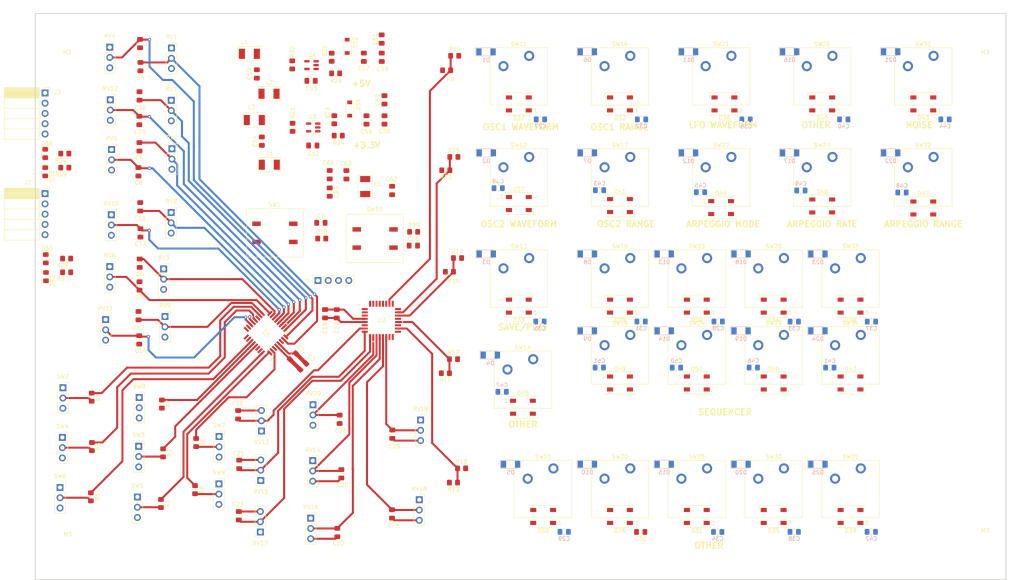
<source format=kicad_pcb>
(kicad_pcb (version 20211014) (generator pcbnew)
  (layers (0 "F.Cu" signal) (31 "B.Cu" signal) (34 "B.Paste" user) (35 "F.Paste" user) (36 "B.SilkS" user "B.Silkscreen") (37 "F.SilkS" user "F.Silkscreen") (38 "B.Mask" user) (39 "F.Mask" user) (44 "Edge.Cuts" user))
  (net 0 "")
  (net 1 "NRSTp")
  (net 2 "GND")
  (net 3 "+3V3")
  (net 4 "ADC_in0p")
  (net 5 "ADC_in4p")
  (net 6 "ADC_in8p")
  (net 7 "ADC_in1p")
  (net 8 "ADC_in5p")
  (net 9 "ADC_in9p")
  (net 10 "ADC_in2p")
  (net 11 "ADC_in6p")
  (net 12 "ADC_in10p")
  (net 13 "ADC_in7p")
  (net 14 "ADC_in15p")
  (net 15 "ADC_in3p")
  (net 16 "NRSTs")
  (net 17 "ADC_in0s")
  (net 18 "ADC_in4s")
  (net 19 "ADC_in1s")
  (net 20 "ADC_in5s")
  (net 21 "ADC_in2s")
  (net 22 "ADC_in6s")
  (net 23 "ADC_in7s")
  (net 24 "ADC_in3s")
  (net 25 "+5V")
  (net 26 "LOAD")
  (net 27 "Net-(C54-Pad1)")
  (net 28 "Net-(C54-Pad2)")
  (net 29 "Net-(C55-Pad1)")
  (net 30 "Net-(C55-Pad2)")
  (net 31 "Net-(C56-Pad2)")
  (net 32 "Net-(C57-Pad2)")
  (net 33 "3.3VA")
  (net 34 "1st_Column")
  (net 35 "Net-(D1-Pad2)")
  (net 36 "Net-(D2-Pad2)")
  (net 37 "Net-(D3-Pad2)")
  (net 38 "Net-(D4-Pad2)")
  (net 39 "Net-(D5-Pad2)")
  (net 40 "2nd_Column")
  (net 41 "Net-(D6-Pad2)")
  (net 42 "Net-(D7-Pad2)")
  (net 43 "Net-(D8-Pad2)")
  (net 44 "Net-(D9-Pad2)")
  (net 45 "Net-(D10-Pad2)")
  (net 46 "3rd_Column")
  (net 47 "Net-(D11-Pad2)")
  (net 48 "Net-(D12-Pad2)")
  (net 49 "Net-(D13-Pad2)")
  (net 50 "Net-(D14-Pad2)")
  (net 51 "Net-(D15-Pad2)")
  (net 52 "4th_Column")
  (net 53 "Net-(D16-Pad2)")
  (net 54 "Net-(D17-Pad2)")
  (net 55 "Net-(D18-Pad2)")
  (net 56 "Net-(D19-Pad2)")
  (net 57 "Net-(D20-Pad2)")
  (net 58 "5th_Column")
  (net 59 "Net-(D21-Pad2)")
  (net 60 "Net-(D22-Pad2)")
  (net 61 "Net-(D23-Pad2)")
  (net 62 "Net-(D24-Pad2)")
  (net 63 "Net-(D25-Pad2)")
  (net 64 "Net-(D26-Pad4)")
  (net 65 "Net-(D26-Pad2)")
  (net 66 "LEDS")
  (net 67 "Net-(D27-Pad2)")
  (net 68 "Net-(D28-Pad4)")
  (net 69 "Net-(D28-Pad2)")
  (net 70 "Net-(D29-Pad2)")
  (net 72 "Net-(D31-Pad4)")
  (net 73 "Net-(D32-Pad2)")
  (net 74 "Net-(D33-Pad4)")
  (net 75 "Net-(D34-Pad2)")
  (net 76 "Net-(D35-Pad4)")
  (net 77 "Net-(D36-Pad2)")
  (net 78 "Net-(D37-Pad4)")
  (net 79 "Net-(D38-Pad2)")
  (net 80 "Net-(D39-Pad4)")
  (net 81 "Net-(D40-Pad2)")
  (net 82 "Net-(D41-Pad4)")
  (net 83 "Net-(D42-Pad2)")
  (net 84 "Net-(D43-Pad2)")
  (net 85 "Net-(D44-Pad4)")
  (net 86 "Net-(D45-Pad4)")
  (net 87 "Net-(D46-Pad2)")
  (net 88 "Net-(D47-Pad2)")
  (net 89 "Net-(D49-Pad4)")
  (net 90 "Net-(D53-Pad1)")
  (net 91 "Net-(D54-Pad2)")
  (net 92 "Net-(D55-Pad1)")
  (net 93 "Net-(D56-Pad2)")
  (net 94 "I2C1_SCL")
  (net 95 "I2C1_SDA")
  (net 96 "SWCLKp")
  (net 97 "SWDIOp")
  (net 98 "SWCLKs")
  (net 99 "SWDIOs")
  (net 100 "SW1p")
  (net 101 "Net-(R1-Pad2)")
  (net 102 "SW5p")
  (net 103 "Net-(R2-Pad2)")
  (net 104 "SW2p")
  (net 105 "Net-(R3-Pad2)")
  (net 106 "SW6p")
  (net 107 "Net-(R4-Pad2)")
  (net 108 "SW3p")
  (net 109 "Net-(R5-Pad2)")
  (net 110 "SW7p")
  (net 111 "Net-(R6-Pad2)")
  (net 112 "SW4p")
  (net 113 "Net-(R7-Pad2)")
  (net 114 "SW8p")
  (net 115 "Net-(R8-Pad2)")
  (net 116 "1st_Row")
  (net 117 "3rd_Row")
  (net 118 "4th_Row")
  (net 119 "5th_Row")
  (net 120 "2nd_Row")
  (net 121 "Net-(R14-Pad2)")
  (net 122 "Net-(R15-Pad2)")
  (net 123 "Net-(R16-Pad2)")
  (net 124 "Net-(R17-Pad2)")
  (net 125 "Net-(R18-Pad2)")
  (net 126 "Net-(R21-Pad2)")
  (net 127 "Net-(R22-Pad2)")
  (net 128 "USART1_TXp")
  (net 129 "USART1_TXs")
  (net 131 "ADC_in16p")
  (net 133 "USART1_RXp")
  (net 136 "ADC_in8s")
  (net 137 "ADC_in9s")
  (net 138 "ADC_in10s")
  (net 139 "USART1_RXs")
  (footprint "cherry_mx:SW_Cherry_MX_PCB_1.00u" (layer "F.Cu") (at 160.57 115.57)
    (fp_text reference "SW14")
    (fp_text value "Cherry_MX_1u")
  )
  (footprint "LED_SMD:LED_WS2812B_PLCC4_5.0x5.0mm_P3.2mm" (layer "F.Cu") (at 184.57 47.37 180)
    (fp_text reference "D32")
    (fp_text value "WS2812B")
  )
  (footprint "cherry_mx:SW_Cherry_MX_PCB_1.00u" (layer "F.Cu") (at 184.57 90.57)
    (fp_text reference "SW18")
    (fp_text value "Cherry_MX_1u")
  )
  (footprint "Resistor_SMD:R_0805_2012Metric_Pad1.20x1.40mm_HandSolder" (layer "F.Cu") (at 144.4 85.475)
    (fp_text reference "R16")
    (fp_text value "100")
  )
  (footprint "Capacitor_SMD:C_0805_2012Metric_Pad1.18x1.45mm_HandSolder" (layer "F.Cu") (at 189.7 153.2 180)
    (fp_text reference "C30")
    (fp_text value "0.1uF")
  )
  (footprint "LED_SMD:LED_WS2812B_PLCC4_5.0x5.0mm_P3.2mm" (layer "F.Cu") (at 160.57 122.37)
    (fp_text reference "D45")
    (fp_text value "WS2812B")
  )
  (footprint "cherry_mx:SW_Cherry_MX_PCB_1.00u" (layer "F.Cu") (at 165.57 142.57)
    (fp_text reference "SW15")
    (fp_text value "Cherry_MX_1u")
  )
  (footprint "Capacitor_SMD:C_0805_2012Metric_Pad1.18x1.45mm_HandSolder" (layer "F.Cu") (at 65.725 51.475 -90)
    (fp_text reference "C15")
    (fp_text value "100nF")
  )
  (footprint "cherry_mx:SW_Cherry_MX_PCB_1.00u" (layer "F.Cu") (at 234.57 65.57)
    (fp_text reference "SW27")
    (fp_text value "Cherry_MX_1u")
  )
  (footprint "Connector_PinSocket_2.54mm:PinSocket_1x03_P2.54mm_Vertical" (layer "F.Cu") (at 46.7 129.82)
    (fp_text reference "SW4")
    (fp_text value "SW_DPDT")
  )
  (footprint "Connector_PinSocket_2.54mm:PinSocket_1x03_P2.54mm_Vertical" (layer "F.Cu") (at 95.925 128.255 180)
    (fp_text reference "RV13")
    (fp_text value "R_Potentiometer")
  )
  (footprint "LED_SMD:LED_WS2812B_PLCC4_5.0x5.0mm_P3.2mm" (layer "F.Cu") (at 234.57 72.6)
    (fp_text reference "D48")
    (fp_text value "WS2812B")
  )
  (footprint "Resistor_SMD:R_0805_2012Metric_Pad1.20x1.40mm_HandSolder" (layer "F.Cu") (at 47.3 63.125 180)
    (fp_text reference "R29")
    (fp_text value "1k")
  )
  (footprint "Resistor_SMD:R_0805_2012Metric_Pad1.20x1.40mm_HandSolder" (layer "F.Cu") (at 143.7 35.475)
    (fp_text reference "R14")
    (fp_text value "100")
  )
  (footprint "Capacitor_SMD:C_0805_2012Metric_Pad1.18x1.45mm_HandSolder" (layer "F.Cu") (at 90.325 149.2 90)
    (fp_text reference "C23")
    (fp_text value "100nF")
  )
  (footprint "LED_SMD:LED_WS2812B_PLCC4_5.0x5.0mm_P3.2mm" (layer "F.Cu") (at 259.57 47.37 180)
    (fp_text reference "D43")
    (fp_text value "WS2812B")
  )
  (footprint "cherry_mx:SW_Cherry_MX_PCB_1.00u" (layer "F.Cu") (at 184.57 65.57)
    (fp_text reference "SW17")
    (fp_text value "Cherry_MX_1u")
  )
  (footprint "Capacitor_SMD:C_0805_2012Metric_Pad1.18x1.45mm_HandSolder" (layer "F.Cu") (at 65.9 32.45 -90)
    (fp_text reference "C7")
    (fp_text value "100nF")
  )
  (footprint "Capacitor_SMD:C_0805_2012Metric_Pad1.18x1.45mm_HandSolder" (layer "F.Cu") (at 128.2 148.74 -90)
    (fp_text reference "C24")
    (fp_text value "100nF")
  )
  (footprint "Connector_PinSocket_2.54mm:PinSocket_1x03_P2.54mm_Vertical" (layer "F.Cu") (at 95.65 153.225 180)
    (fp_text reference "RV17")
    (fp_text value "R_Potentiometer")
  )
  (footprint "Connector_PinSocket_2.54mm:PinSocket_1x03_P2.54mm_Vertical" (layer "F.Cu") (at 58.8 74.775)
    (fp_text reference "RV10")
    (fp_text value "R_Potentiometer")
  )
  (footprint "Resistor_SMD:R_0805_2012Metric_Pad1.20x1.40mm_HandSolder" (layer "F.Cu") (at 103.525 37.724999 90)
    (fp_text reference "R22")
    (fp_text value "100K")
  )
  (footprint "cherry_mx:SW_Cherry_MX_PCB_1.00u" (layer "F.Cu") (at 203.57 142.57)
    (fp_text reference "SW25")
    (fp_text value "Cherry_MX_1u")
  )
  (footprint "Capacitor_SMD:C_0805_2012Metric_Pad1.18x1.45mm_HandSolder" (layer "F.Cu") (at 128.275 129.035 -90)
    (fp_text reference "C25")
    (fp_text value "100nF")
  )
  (footprint "Capacitor_SMD:C_0805_2012Metric_Pad1.18x1.45mm_HandSolder" (layer "F.Cu") (at 90.15 124.225 90)
    (fp_text reference "C19")
    (fp_text value "100nF")
  )
  (footprint "LED_SMD:LED_WS2812B_PLCC4_5.0x5.0mm_P3.2mm" (layer "F.Cu") (at 241.57 116.37)
    (fp_text reference "D42")
    (fp_text value "WS2812B")
  )
  (footprint "Capacitor_SMD:C_0805_2012Metric_Pad1.18x1.45mm_HandSolder" (layer "F.Cu") (at 121.239341 35.833853 -90)
    (fp_text reference "C57")
    (fp_text value "1nF")
  )
  (footprint "cherry_mx:SW_Cherry_MX_PCB_1.00u" (layer "F.Cu") (at 241.57 90.57)
    (fp_text reference "SW33")
    (fp_text value "Cherry_MX_1u")
  )
  (footprint "Capacitor_SMD:C_0805_2012Metric_Pad1.18x1.45mm_HandSolder" (layer "F.Cu") (at 110.625 76.775)
    (fp_text reference "C1")
    (fp_text value "100nF")
  )
  (footprint "cherry_mx:SW_Cherry_MX_PCB_1.00u" (layer "F.Cu") (at 159.57 90.57)
    (fp_text reference "SW13")
    (fp_text value "Cherry_MX_1u")
  )
  (footprint "Resistor_SMD:R_0805_2012Metric_Pad1.20x1.40mm_HandSolder" (layer "F.Cu") (at 133.55 79)
    (fp_text reference "R20")
    (fp_text value "100k")
  )
  (footprint "Capacitor_SMD:C_0805_2012Metric_Pad1.18x1.45mm_HandSolder" (layer "F.Cu") (at 94.789341 39.958853 90)
    (fp_text reference "C55")
    (fp_text value "2.2uF")
  )
  (footprint "tactile_button:ROCPU Switches TP10721645" (layer "F.Cu") (at 124.025 80.65)
    (fp_text reference "SW10")
    (fp_text value "SW_Push")
  )
  (footprint "Resistor_SMD:R_0805_2012Metric_Pad1.20x1.40mm_HandSolder" (layer "F.Cu") (at 141.4 113.95 180)
    (fp_text reference "R11")
    (fp_text value "10K")
  )
  (footprint "Capacitor_SMD:C_0805_2012Metric_Pad1.18x1.45mm_HandSolder" (layer "F.Cu") (at 112.8 64.875002 90)
    (fp_text reference "C64")
    (fp_text value "10nF")
  )
  (footprint "inductors:inductor_koherelec" (layer "F.Cu") (at 121.575 67.8 180)
    (fp_text reference "L5")
    (fp_text value "6.8uH")
  )
  (footprint "Connector_PinSocket_2.54mm:PinSocket_1x05_P2.54mm_Horizontal" (layer "F.Cu") (at 42.425 44.65)
    (fp_text reference "J3")
    (fp_text value "Conn_01x05_Male")
  )
  (footprint "Capacitor_SMD:C_0805_2012Metric_Pad1.18x1.45mm_HandSolder" (layer "F.Cu") (at 108.189341 41.658853)
    (fp_text reference "C53")
    (fp_text value "22uF")
  )
  (footprint "cherry_mx:SW_Cherry_MX_PCB_1.00u" (layer "F.Cu") (at 203.57 109.57)
    (fp_text reference "SW24")
    (fp_text value "Cherry_MX_1u")
  )
  (footprint "Capacitor_SMD:C_0805_2012Metric_Pad1.18x1.45mm_HandSolder" (layer "F.Cu") (at 112.8 69.175 -90)
    (fp_text reference "C65")
    (fp_text value "100nF")
  )
  (footprint "Capacitor_SMD:C_0805_2012Metric_Pad1.18x1.45mm_HandSolder" (layer "F.Cu") (at 128.225002 68.775001 90)
    (fp_text reference "C62")
    (fp_text value "10uF")
  )
  (footprint "Resistor_SMD:R_0805_2012Metric_Pad1.20x1.40mm_HandSolder" (layer "F.Cu") (at 47.3 59.65 180)
    (fp_text reference "R30")
    (fp_text value "1k")
  )
  (footprint "MountingHole:MountingHole_3.2mm_M3" (layer "F.Cu") (at 275 30)
    (fp_text reference "M3")
    (fp_text value "MountingHole_3.2mm_M3")
  )
  (footprint "Connector_PinSocket_2.54mm:PinSocket_1x03_P2.54mm_Vertical" (layer "F.Cu") (at 73.6 74.225)
    (fp_text reference "RV8")
    (fp_text value "R_Potentiometer")
  )
  (footprint "Resistor_SMD:R_0805_2012Metric_Pad1.20x1.40mm_HandSolder" (layer "F.Cu") (at 141.7 39.05 180)
    (fp_text reference "R9")
    (fp_text value "10K")
  )
  (footprint "cherry_mx:SW_Cherry_MX_PCB_1.00u" (layer "F.Cu") (at 184.57 40.57)
    (fp_text reference "SW16")
    (fp_text value "Cherry_MX_1u")
  )
  (footprint "Connector_PinSocket_2.54mm:PinSocket_1x03_P2.54mm_Vertical" (layer "F.Cu") (at 108.1 149.8)
    (fp_text reference "RV16")
    (fp_text value "R_Potentiometer")
  )
  (footprint "LED_SMD:LED_WS2812B_PLCC4_5.0x5.0mm_P3.2mm" (layer "F.Cu") (at 241.57 97.37 180)
    (fp_text reference "D38")
    (fp_text value "WS2812B")
  )
  (footprint "LED_SMD:LED_WS2812B_PLCC4_5.0x5.0mm_P3.2mm" (layer "F.Cu") (at 203.57 149.37 180)
    (fp_text reference "D31")
    (fp_text value "WS2812B")
  )
  (footprint "footprints:LQFP-32" (layer "F.Cu") (at 125.575 100.9)
    (fp_text reference "U2")
    (fp_text value "STM32G030K6T6")
  )
  (footprint "Connector_PinSocket_2.54mm:PinSocket_1x03_P2.54mm_Vertical" (layer "F.Cu") (at 73.775 58.45)
    (fp_text reference "RV2")
    (fp_text value "R_Potentiometer")
  )
  (footprint "Resistor_SMD:R_0805_2012Metric_Pad1.20x1.40mm_HandSolder" (layer "F.Cu") (at 141.5 63.775 180)
    (fp_text reference "R13")
    (fp_text value "10K")
  )
  (footprint "Resistor_SMD:R_0805_2012Metric_Pad1.20x1.40mm_HandSolder" (layer "F.Cu") (at 113.289341 35.833853 -90)
    (fp_text reference "R25")
    (fp_text value "100k")
  )
  (footprint "Capacitor_SMD:C_0805_2012Metric_Pad1.18x1.45mm_HandSolder" (layer "F.Cu") (at 65.95 72.8 90)
    (fp_text reference "C11")
    (fp_text value "100nF")
  )
  (footprint "LED_SMD:LED_WS2812B_PLCC4_5.0x5.0mm_P3.2mm" (layer "F.Cu") (at 209.57 73)
    (fp_text reference "D44")
    (fp_text value "WS2812B")
  )
  (footprint "Capacitor_SMD:C_0805_2012Metric_Pad1.18x1.45mm_HandSolder" (layer "F.Cu") (at 103.723827 109.816071 45)
    (fp_text reference "C2")
    (fp_text value "100nF")
  )
  (footprint "Connector_PinSocket_2.54mm:PinSocket_1x03_P2.54mm_Vertical" (layer "F.Cu") (at 65.575001 132.025)
    (fp_text reference "SW3")
    (fp_text value "SW_DPDT")
  )
  (footprint "Connector_PinSocket_2.54mm:PinSocket_1x03_P2.54mm_Vertical" (layer "F.Cu") (at 46.125 142.195)
    (fp_text reference "SW6")
    (fp_text value "SW_DPDT")
  )
  (footprint "LED_SMD:LED_0805_2012Metric_Pad1.15x1.40mm_HandSolder" (layer "F.Cu") (at 42.65 90.075 -90)
    (fp_text reference "D53")
    (fp_text value "GREEN LED")
  )
  (footprint "cherry_mx:SW_Cherry_MX_PCB_1.00u" (layer "F.Cu") (at 203.57 90.57)
    (fp_text reference "SW23")
    (fp_text value "Cherry_MX_1u")
  )
  (footprint "Diode_SMD:D_SOD-123" (layer "F.Cu") (at 117.114341 33.133853 90)
    (fp_text reference "D52")
    (fp_text value "FUXINSEMI DSK34 (SOD-123)")
  )
  (footprint "MountingHole:MountingHole_3.2mm_M3" (layer "F.Cu") (at 275 158)
    (fp_text reference "M3")
    (fp_text value "MountingHole_3.2mm_M3")
  )
  (footprint "Resistor_SMD:R_0805_2012Metric_Pad1.20x1.40mm_HandSolder" (layer "F.Cu") (at 114.914341 55.208853)
    (fp_text reference "R24")
    (fp_text value "5.6k")
  )
  (footprint "Connector_PinSocket_2.54mm:PinSocket_1x04_P2.54mm_Vertical" (layer "F.Cu") (at 109.9 91.025 90)
    (fp_text reference "J1")
    (fp_text value "Conn_01x04_Male")
  )
  (footprint "tactile_button:ROCPU Switches TP10721645" (layer "F.Cu") (at 99.25 79.25)
    (fp_text reference "SW1")
    (fp_text value "SW_Push")
  )
  (footprint "Resistor_SMD:R_0805_2012Metric_Pad1.20x1.40mm_HandSolder" (layer "F.Cu") (at 79.5 142.75 -90)
    (fp_text reference "R8")
    (fp_text value "100")
  )
  (footprint "cherry_mx:SW_Cherry_MX_PCB_1.00u" (layer "F.Cu") (at 259.57 65.57)
    (fp_text reference "SW32")
    (fp_text value "Cherry_MX_1u")
  )
  (footprint "Resistor_SMD:R_0805_2012Metric_Pad1.20x1.40mm_HandSolder" (layer "F.Cu") (at 53.95 119.875001 -90)
    (fp_text reference "R1")
    (fp_text value "100")
  )
  (footprint "cherry_mx:SW_Cherry_MX_PCB_1.00u" (layer "F.Cu") (at 184.57 142.57)
    (fp_text reference "SW20")
    (fp_text value "Cherry_MX_1u")
  )
  (footprint "Resistor_SMD:R_0805_2012Metric_Pad1.20x1.40mm_HandSolder" (layer "F.Cu") (at 143.4 110.475)
    (fp_text reference "R17")
    (fp_text value "100")
  )
  (footprint "Capacitor_SMD:C_0805_2012Metric_Pad1.18x1.45mm_HandSolder" (layer "F.Cu") (at 133.475 82.4)
    (fp_text reference "C16")
    (fp_text value "100nF")
  )
  (footprint "Capacitor_SMD:C_0805_2012Metric_Pad1.18x1.45mm_HandSolder" (layer "F.Cu") (at 96.014341 56.583853 90)
    (fp_text reference "C54")
    (fp_text value "2.2uF")
  )
  (footprint "Resistor_SMD:R_0805_2012Metric_Pad1.20x1.40mm_HandSolder" (layer "F.Cu") (at 53.75 144.52 -90)
    (fp_text reference "R5")
    (fp_text value "100")
  )
  (footprint "cherry_mx:SW_Cherry_MX_PCB_1.00u" (layer "F.Cu") (at 222.57 109.57)
    (fp_text reference "SW29")
    (fp_text value "Cherry_MX_1u")
  )
  (footprint "Capacitor_SMD:C_0805_2012Metric_Pad1.18x1.45mm_HandSolder" (layer "F.Cu") (at 126.339341 46.358853 90)
    (fp_text reference "C60")
    (fp_text value "?uF")
  )
  (footprint "footprints:LQFP-32" (layer "F.Cu") (at 97.075 104.05 135)
    (fp_text reference "U1")
    (fp_text value "STM32G030K6T6")
  )
  (footprint "LED_SMD:LED_WS2812B_PLCC4_5.0x5.0mm_P3.2mm" (layer "F.Cu") (at 210.4 47.37 180)
    (fp_text reference "D36")
    (fp_text value "WS2812B")
  )
  (footprint "LED_SMD:LED_WS2812B_PLCC4_5.0x5.0mm_P3.2mm" (layer "F.Cu") (at 159.57 72)
    (fp_text reference "D37")
    (fp_text value "WS2812B")
  )
  (footprint "Connector_PinSocket_2.54mm:PinSocket_1x03_P2.54mm_Vertical" (layer "F.Cu") (at 135.275 125.535)
    (fp_text reference "RV19")
    (fp_text value "R_Potentiometer")
  )
  (footprint "Connector_PinSocket_2.54mm:PinSocket_1x03_P2.54mm_Vertical" (layer "F.Cu") (at 134.95 145.235)
    (fp_text reference "RV18")
    (fp_text value "R_Potentiometer")
  )
  (footprint "Capacitor_SMD:C_0805_2012Metric_Pad1.18x1.45mm_HandSolder" (layer "F.Cu") (at 65.825 86.755 -90)
    (fp_text reference "C6")
    (fp_text value "100nF")
  )
  (footprint "Capacitor_SMD:C_0805_2012Metric_Pad1.18x1.45mm_HandSolder" (layer "F.Cu") (at 66 38.15 -90)
    (fp_text reference "C4")
    (fp_text value "100nF")
  )
  (footprint "Connector_PinSocket_2.54mm:PinSocket_1x03_P2.54mm_Vertical" (layer "F.Cu") (at 58.425 87.6)
    (fp_text reference "RV6")
    (fp_text value "R_Potentiometer")
  )
  (footprint "Capacitor_SMD:C_0805_2012Metric_Pad1.18x1.45mm_HandSolder" (layer "F.Cu") (at 65.75 57.975 -90)
    (fp_text reference "C5")
    (fp_text value "100nF")
  )
  (footprint "Resistor_SMD:R_0805_2012Metric_Pad1.20x1.40mm_HandSolder" (layer "F.Cu") (at 142.4 88.875 180)
    (fp_text reference "R10")
    (fp_text value "10K")
  )
  (footprint "Connector_PinSocket_2.54mm:PinSocket_1x03_P2.54mm_Vertical" (layer "F.Cu") (at 108.65 121.75)
    (fp_text reference "RV20")
    (fp_text value "R_Potentiometer")
  )
  (footprint "Resistor_SMD:R_0805_2012Metric_Pad1.20x1.40mm_HandSolder" (layer "F.Cu") (at 71.3 121.580001 -90)
    (fp_text reference "R7")
    (fp_text value "100")
  )
  (footprint "LED_SMD:LED_0805_2012Metric_Pad1.15x1.40mm_HandSolder" (layer "F.Cu") (at 42.45 64.15 -90)
    (fp_text reference "D55")
    (fp_text value "GREEN LED")
  )
  (footprint "Resistor_SMD:R_0805_2012Metric_Pad1.20x1.40mm_HandSolder" (layer "F.Cu") (at 114.264341 39.808853)
    (fp_text reference "R26")
    (fp_text value "33k")
  )
  (footprint "Connector_PinSocket_2.54mm:PinSocket_1x03_P2.54mm_Vertical" (layer "F.Cu") (at 65.25 144.55)
    (fp_text reference "SW5")
    (fp_text value "SW_DPDT")
  )
  (footprint "LED_SMD:LED_0805_2012Metric_Pad1.15x1.40mm_HandSolder" (layer "F.Cu") (at 42.45 59.625 -90)
    (fp_text reference "D56")
    (fp_text value "RED LED")
  )
  (footprint "cherry_mx:SW_Cherry_MX_PCB_1.00u" (layer "F.Cu") (at 209.57 65.57)
    (fp_text reference "SW22")
    (fp_text value "Cherry_MX_1u")
  )
  (footprint "cherry_mx:SW_Cherry_MX_PCB_1.00u" (layer "F.Cu") (at 241.57 142.57)
    (fp_text reference "SW35")
    (fp_text value "Cherry_MX_1u")
  )
  (footprint "Connector_PinSocket_2.54mm:PinSocket_1x03_P2.54mm_Vertical" (layer "F.Cu") (at 71.75 88.155)
    (fp_text reference "RV3")
    (fp_text value "R_Potentiometer")
  )
  (footprint "Capacitor_SMD:C_0805_2012Metric_Pad1.18x1.45mm_HandSolder" (layer "F.Cu") (at 65.775 92.375 90)
    (fp_text reference "C9")
    (fp_text value "100nF")
  )
  (footprint "Connector_PinSocket_2.54mm:PinSocket_1x03_P2.54mm_Vertical" (layer "F.Cu") (at 65.7 119.955)
    (fp_text reference "SW8")
    (fp_text value "SW_DPDT")
  )
  (footprint "LED_SMD:LED_WS2812B_PLCC4_5.0x5.0mm_P3.2mm" (layer "F.Cu") (at 184.57 116.37)
    (fp_text reference "D49")
    (fp_text value "WS2812B")
  )
  (footprint "MountingHole:MountingHole_3.2mm_M3" (layer "F.Cu") (at 48 158)
    (fp_text reference "M3")
    (fp_text value "MountingHole_3.2mm_M3")
  )
  (footprint "Capacitor_SMD:C_0805_2012Metric_Pad1.18x1.45mm_HandSolder" (layer "F.Cu") (at 65.525 99.725 90)
    (fp_text reference "C12")
    (fp_text value "100nF")
  )
  (footprint "LED_SMD:LED_WS2812B_PLCC4_5.0x5.0mm_P3.2mm" (layer "F.Cu") (at 234.57 47.37 180)
    (fp_text reference "D40")
    (fp_text value "WS2812B")
  )
  (footprint "Capacitor_SMD:C_0805_2012Metric_Pad1.18x1.45mm_HandSolder" (layer "F.Cu") (at 66 79.255 -90)
    (fp_text reference "C13")
    (fp_text value "100nF")
  )
  (footprint "Connector_PinSocket_2.54mm:PinSocket_1x03_P2.54mm_Vertical" (layer "F.Cu") (at 58.55 46.35)
    (fp_text reference "RV12")
    (fp_text value "R_Potentiometer")
  )
  (footprint "Resistor_SMD:R_0805_2012Metric_Pad1.20x1.40mm_HandSolder" (layer "F.Cu") (at 145.4 137.475)
    (fp_text reference "R18")
    (fp_text value "100")
  )
  (footprint "Capacitor_SMD:C_0805_2012Metric_Pad1.18x1.45mm_HandSolder" (layer "F.Cu") (at 125.639341 31.333853 90)
    (fp_text reference "C61")
    (fp_text value "?uF")
  )
  (footprint "LED_SMD:LED_WS2812B_PLCC4_5.0x5.0mm_P3.2mm" (layer "F.Cu") (at 203.57 116.37)
    (fp_text reference "D50")
    (fp_text value "WS2812B")
  )
  (footprint "Resistor_SMD:R_0805_2012Metric_Pad1.20x1.40mm_HandSolder" (layer "F.Cu") (at 103.614341 53.158853 90)
    (fp_text reference "R21")
    (fp_text value "100K")
  )
  (footprint "cherry_mx:SW_Cherry_MX_PCB_1.00u" (layer "F.Cu") (at 234.57 40.57)
    (fp_text reference "SW26")
    (fp_text value "Cherry_MX_1u")
  )
  (footprint "Capacitor_SMD:C_0805_2012Metric_Pad1.18x1.45mm_HandSolder" (layer "F.Cu") (at 115.25 125.35 -90)
    (fp_text reference "C26")
    (fp_text value "100nF")
  )
  (footprint "cherry_mx:SW_Cherry_MX_PCB_1.00u" (layer "F.Cu") (at 159.57 40.57)
    (fp_text reference "SW11")
    (fp_text value "Cherry_MX_1u")
  )
  (footprint "Capacitor_SMD:C_0805_2012Metric_Pad1.18x1.45mm_HandSolder" (layer "F.Cu") (at 115.675 138.825 -90)
    (fp_text reference "C20")
    (fp_text value "100nF")
  )
  (footprint "LED_SMD:LED_0805_2012Metric_Pad1.15x1.40mm_HandSolder" (layer "F.Cu") (at 42.6 85.65 -90)
    (fp_text reference "D54")
    (fp_text value "RED LED")
  )
  (footprint "Package_TO_SOT_SMD:SOT-23-5" (layer "F.Cu") (at 108.3 37.775 180)
    (fp_text reference "U4")
    (fp_text value "LMR62421XMF")
  )
  (footprint "Connector_PinSocket_2.54mm:PinSocket_1x05_P2.54mm_Horizontal" (layer "F.Cu") (at 42.425 69.55)
    (fp_text reference "J2")
    (fp_text value "Conn_01x05_Male")
  )
  (footprint "Resistor_SMD:R_0805_2012Metric_Pad1.20x1.40mm_HandSolder" (layer "F.Cu") (at 47.749784 85.600952 180)
    (fp_text reference "R28")
    (fp_text value "1k")
  )
  (footprint "LED_SMD:LED_WS2812B_PLCC4_5.0x5.0mm_P3.2mm" (layer "F.Cu") (at 222.57 149.37 180)
    (fp_text reference "D35")
    (fp_text value "WS2812B")
  )
  (footprint "LED_SMD:LED_WS2812B_PLCC4_5.0x5.0mm_P3.2mm" (layer "F.Cu") (at 184.57 97.37 180)
    (fp_text reference "D28")
    (fp_text value "WS2812B")
  )
  (footprint "Capacitor_SMD:C_0805_2012Metric_Pad1.18x1.45mm_HandSolder" (layer "F.Cu") (at 106.216377 112.308623 45)
    (fp_text reference "C3")
    (fp_text value "100nF")
  )
  (footprint "LED_SMD:LED_WS2812B_PLCC4_5.0x5.0mm_P3.2mm" (layer "F.Cu") (at 241.57 149.37 180)
    (fp_text reference "D39")
    (fp_text value "WS2812B")
  )
  (footprint "LED_SMD:LED_WS2812B_PLCC4_5.0x5.0mm_P3.2mm" (layer "F.Cu") (at 165.57 149.37 180)
    (fp_text reference "D30")
    (fp_text value "WS2812B")
  )
  (footprint "Capacitor_SMD:C_0805_2012Metric_Pad1.18x1.45mm_HandSolder" (layer "F.Cu") (at 116.925 64.9 90)
    (fp_text reference "C63")
    (fp_text value "10uF")
  )
  (footprint "Package_TO_SOT_SMD:SOT-23-5" (layer "F.Cu") (at 108.714341 53.183853 180)
    (fp_text reference "U3")
    (fp_text value "LMR62421XMF")
  )
  (footprint "Connector_PinSocket_2.54mm:PinSocket_1x03_P2.54mm_Vertical" (layer "F.Cu") (at 95.75 140.475 180)
    (fp_text reference "RV15")
    (fp_text value "R_Potentiometer")
  )
  (footprint "cherry_mx:SW_Cherry_MX_PCB_1.00u" (layer "F.Cu") (at 222.57 90.57)
    (fp_text reference "SW28")
    (fp_text value "Cherry_MX_1u")
  )
  (footprint "cherry_mx:SW_Cherry_MX_PCB_1.00u" (layer "F.Cu") (at 241.57 109.57)
    (fp_text reference "SW34")
    (fp_text value "Cherry_MX_1u")
  )
  (footprint "Resistor_SMD:R_0805_2012Metric_Pad1.20x1.40mm_HandSolder" (layer "F.Cu") (at 79.775 131.1 -90)
    (fp_text reference "R6")
    (fp_text value "100")
  )
  (footprint "Connector_PinSocket_2.54mm:PinSocket_1x03_P2.54mm_Vertical" (layer "F.Cu") (at 85.4 141.31)
    (fp_text reference "SW9")
    (fp_text value "SW_DPDT")
  )
  (footprint "inductors:inductor_koherelec" (layer "F.Cu") (at 94.164341 51.358853 -90)
    (fp_text reference "L3")
    (fp_text value "6.8uH")
  )
  (footprint "cherry_mx:SW_Cherry_MX_PCB_1.00u" (layer "F.Cu") (at 209.57 40.57)
    (fp_text reference "SW21")
    (fp_text value "Cherry_MX_1u")
  )
  (footprint "LED_SMD:LED_WS2812B_PLCC4_5.0x5.0mm_P3.2mm" (layer "F.Cu") (at 222.57 97.37 180)
    (fp_text reference "D34")
    (fp_text value "WS2812B")
  )
  (footprint "Connector_PinSocket_2.54mm:PinSocket_1x03_P2.54mm_Vertical" (layer "F.Cu") (at 46.825 117.550001)
    (fp_text reference "SW2")
    (fp_text value "SW_DPDT")
  )
  (footprint "Connector_PinSocket_2.54mm:PinSocket_1x03_P2.54mm_Vertical" (layer "F.Cu") (at 108.6 135.575)
    (fp_text reference "RV14")
    (fp_text value "R_Potentiometer")
  )
  (footprint "Resistor_SMD:R_0805_2012Metric_Pad1.20x1.40mm_HandSolder" (layer "F.Cu") (at 110.825 80.65)
    (fp_text reference "R19")
    (fp_text value "100k")
  )
  (footprint "Connector_PinSocket_2.54mm:PinSocket_1x03_P2.54mm_Vertical" (layer "F.Cu") (at 58.425 33.35)
    (fp_text reference "RV4")
    (fp_text value "R_Potentiometer")
  )
  (footprint "Capacitor_SMD:C_0805_2012Metric_Pad1.18x1.45mm_HandSolder" (layer "F.Cu") (at 65.7 105.725 -90)
    (fp_text reference "C14")
    (fp_text value "100nF")
  )
  (footprint "Connector_PinSocket_2.54mm:PinSocket_1x03_P2.54mm_Vertical" (layer "F.Cu") (at 58.875 58.65)
    (fp_text reference "RV5")
    (fp_text value "R_Potentiometer")
  )
  (footprint "LED_SMD:LED_WS2812B_PLCC4_5.0x5.0mm_P3.2mm" (layer "F.Cu") (at 203.57 97.37 180)
    (fp_text reference "D29")
    (fp_text value "WS2812B")
  )
  (footprint "Connector_PinSocket_2.54mm:PinSocket_1x03_P2.54mm_Vertical" (layer "F.Cu") (at 72.05 99.95)
    (fp_text reference "RV9")
    (fp_text value "R_Potentiometer")
  )
  (footprint "LED_SMD:LED_WS2812B_PLCC4_5.0x5.0mm_P3.2mm" (layer "F.Cu") (at 259.57 73.1)
    (fp_text reference "D47")
    (fp_text value "WS2812B")
  )
  (footprint "LED_SMD:LED_WS2812B_PLCC4_5.0x5.0mm_P3.2mm" (layer "F.Cu") (at 159.57 97.37 180)
    (fp_text reference "D33")
    (fp_text value "WS2812B")
  )
  (footprint "Resistor_SMD:R_0805_2012Metric_Pad1.20x1.40mm_HandSolder" (layer "F.Cu") (at 71.6 133.65 -90)
    (fp_text reference "R2")
    (fp_text value "100")
  )
  (footprint "inductors:inductor_koherelec" (layer "F.Cu") (at 97.789341 44.858853 -90)
    (fp_text reference "L2")
    (fp_text value "6.8uH")
  )
  (footprint "Resistor_SMD:R_0805_2012Metric_Pad1.20x1.40mm_HandSolder" (layer "F.Cu") (at 113.939341 51.283853 -90)
    (fp_text reference "R23")
    (fp_text value "9.1k")
  )
  (footprint "Resistor_SMD:R_0805_2012Metric_Pad1.20x1.40mm_HandSolder" (layer "F.Cu") (at 54 132.095 -90)
    (fp_text reference "R3")
    (fp_text value "100")
  )
  (footprint "Resistor_SMD:R_0805_2012Metric_Pad1.20x1.40mm_HandSolder" (layer "F.Cu") (at 143.5 60.475)
    (fp_text reference "R15")
    (fp_text value "100")
  )
  (footprint "Capacitor_SMD:C_0805_2012Metric_Pad1.18x1.45mm_HandSolder" (layer "F.Cu") (at 126.339341 51.333853 -90)
    (fp_text reference "C58")
    (fp_text value "10uF")
  )
  (footprint "cherry_mx:SW_Cherry_MX_PCB_1.00u" (layer "F.Cu") (at 222.57 142.57)
    (fp_text reference "SW30")
    (fp_text value "Cherry_MX_1u")
  )
  (footprint "LED_SMD:LED_WS2812B_PLCC4_5.0x5.0mm_P3.2mm" (layer "F.Cu") (at 184.57 72.5)
    (fp_text reference "D41")
    (fp_text value "WS2812B")
  )
  (footprint "LED_SMD:LED_WS2812B_PLCC4_5.0x5.0mm_P3.2mm" (layer "F.Cu") (at 222.57 116.37)
    (fp_text reference "D46")
    (fp_text value "WS2812B")
  )
  (footprint "LED_SMD:LED_WS2812B_PLCC4_5.0x5.0mm_P3.2mm" (layer "F.Cu") (at 159.57 47.37 180)
    (fp_text reference "D27")
    (fp_text value "WS2812B")
  )
  (footprint "MountingHole:MountingHole_3.2mm_M3" (layer "F.Cu") (at 48 30)
    (fp_text reference "M3")
    (fp_text value "MountingHole_3.2mm_M3")
  )
  (footprint "Capacitor_SMD:C_0805_2012Metric_Pad1.18x1.45mm_HandSolder" (layer "F.Cu") (at 114.675 153.35 -90)
    (fp_text reference "C22")
    (fp_text value "100nF")
  )
  (footprint "LED_SMD:LED_WS2812B_PLCC4_5.0x5.0mm_P3.2mm" (layer "F.Cu") (at 184.57 149.37 180)
    (fp_text reference "D26")
    (fp_text value "WS2812B")
  )
  (footprint "inductors:inductor_koherelec" (layer "F.Cu") (at 97.864341 62.408853 -90)
    (fp_text reference "L1")
    (fp_text value "6.8uH")
  )
  (footprint "Capacitor_SMD:C_0805_2012Metric_Pad1.18x1.45mm_HandSolder" (layer "F.Cu") (at 108.614341 57.658853)
    (fp_text reference "C52")
    (fp_text value "22uF")
  )
  (footprint "Connector_PinSocket_2.54mm:PinSocket_1x03_P2.54mm_Vertical" (layer "F.Cu") (at 85.449997 129.609999)
    (fp_text reference "SW7")
    (fp_text value "SW_DPDT")
  )
  (footprint "cherry_mx:SW_Cherry_MX_PCB_1.00u" (layer "F.Cu") (at 184.57 109.57)
    (fp_text reference "SW19")
    (fp_text value "Cherry_MX_1u")
  )
  (footprint "Resistor_SMD:R_0805_2012Metric_Pad1.20x1.40mm_HandSolder" (layer "F.Cu") (at 143.4 141 180)
    (fp_text reference "R12")
    (fp_text value "10K")
  )
  (footprint "Connector_PinSocket_2.54mm:PinSocket_1x03_P2.54mm_Vertical" (layer "F.Cu") (at 73.675 33.55)
    (fp_text reference "RV1")
    (fp_text value "R_Potentiometer")
  )
  (footprint "Capacitor_SMD:C_0805_2012Metric_Pad1.18x1.45mm_HandSolder" (layer "F.Cu") (at 65.5 64.15 -90)
    (fp_text reference "C8")
    (fp_text value "100nF")
  )
  (footprint "Capacitor_SMD:C_0805_2012Metric_Pad1.18x1.45mm_HandSolder" (layer "F.Cu") (at 121.889341 51.333853 -90)
    (fp_text reference "C56")
    (fp_text value "2.2nF")
  )
  (footprint "Connector_PinSocket_2.54mm:PinSocket_1x03_P2.54mm_Vertical" (layer "F.Cu") (at 73.625 46.475)
    (fp_text reference "RV7")
    (fp_text value "R_Potentiometer")
  )
  (footprint "Resistor_SMD:R_0805_2012Metric_Pad1.20x1.40mm_HandSolder" (layer "F.Cu") (at 71.075 146.175 -90)
    (fp_text reference "R4")
    (fp_text value "100")
  )
  (footprint "Connector_PinSocket_2.54mm:PinSocket_1x03_P2.54mm_Vertical" (layer "F.Cu") (at 57.4 100.695)
    (fp_text reference "RV11")
    (fp_text value "R_Potentiometer")
  )
  (footprint "inductors:inductor_koherelec" (layer "F.Cu") (at 92.939341 34.983853 -90)
    (fp_text reference "L4")
    (fp_text value "6.8uH")
  )
  (footprint "Capacitor_SMD:C_0805_2012Metric_Pad1.18x1.45mm_HandSolder" (layer "F.Cu") (at 90.425 136.5 90)
    (fp_text reference "C21")
    (fp_text value "100nF")
  )
  (footprint "Capacitor_SMD:C_0805_2012Metric_Pad1.18x1.45mm_HandSolder" (layer "F.Cu") (at 114.5389 99.2625 -90)
    (fp_text reference "C17")
    (fp_text value "100nF")
  )
  (footprint "cherry_mx:SW_Cherry_MX_PCB_1.00u" (layer "F.Cu") (at 259.57 40.57)
    (fp_text reference "SW31")
    (fp_text value "Cherry_MX_1u")
  )
  (footprint "Capacitor_SMD:C_0805_2012Metric_Pad1.18x1.45mm_HandSolder" (layer "F.Cu") (at 111.6389 99.25 -90)
    (fp_text reference "C18")
    (fp_text value "100nF")
  )
  (footprint "cherry_mx:SW_Cherry_MX_PCB_1.00u" (layer "F.Cu") (at 159.57 65.57)
    (fp_text reference "SW12")
    (fp_text value "Cherry_MX_1u")
  )
  (footprint "Capacitor_SMD:C_0805_2012Metric_Pad1.18x1.45mm_HandSolder" (layer "F.Cu") (at 65.775 45.4 90)
    (fp_text reference "C10")
    (fp_text value "100nF")
  )
  (footprint "Capacitor_SMD:C_0805_2012Metric_Pad1.18x1.45mm_HandSolder" (layer "F.Cu") (at 125.664341 35.833853 -90)
    (fp_text reference "C59")
    (fp_text value "10uF")
  )
  (footprint "Diode_SMD:D_SOD-123" (layer "F.Cu") (at 117.739341 48.633853 90)
    (fp_text reference "D51")
    (fp_text value "FUXINSEMI DSK34 (SOD-123)")
  )
  (footprint "Resistor_SMD:R_0805_2012Metric_Pad1.20x1.40mm_HandSolder" (layer "F.Cu") (at 47.75 89 180)
    (fp_text reference "R27")
    (fp_text value "1k")
  )
  (footprint "Capacitor_SMD:C_0805_2012Metric_Pad1.18x1.45mm_HandSolder" (layer "B.Cu") (at 217.525 112.55 180)
    (fp_text reference "C46")
    (fp_text value "0.1uF")
  )
  (footprint "Diode_SMD:D_MiniMELF" (layer "B.Cu") (at 151.51 84.46)
    (fp_text reference "D3")
    (fp_text value "LL4148")
  )
  (footprint "Capacitor_SMD:C_0805_2012Metric_Pad1.18x1.45mm_HandSolder" (layer "B.Cu") (at 208.725 153.2)
    (fp_text reference "C34")
    (fp_text value "0.1uF")
  )
  (footprint "Capacitor_SMD:C_0805_2012Metric_Pad1.18x1.45mm_HandSolder" (layer "B.Cu") (at 264.9375 51.2)
    (fp_text reference "C44")
    (fp_text value "0.1uF")
  )
  (footprint "Capacitor_SMD:C_0805_2012Metric_Pad1.18x1.45mm_HandSolder" (layer "B.Cu") (at 246.75 101.2)
    (fp_text reference "C37")
    (fp_text value "0.1uF")
  )
  (footprint "Capacitor_SMD:C_0805_2012Metric_Pad1.18x1.45mm_HandSolder" (layer "B.Cu") (at 164.9 51.2)
    (fp_text reference "C27")
    (fp_text value "0.1uF")
  )
  (footprint "Diode_SMD:D_MiniMELF" (layer "B.Cu") (at 201.52 59.47)
    (fp_text reference "D12")
    (fp_text value "LL4148")
  )
  (footprint "Diode_SMD:D_MiniMELF" (layer "B.Cu") (at 157.52 136.47)
    (fp_text reference "D5")
    (fp_text value "LL4148")
  )
  (footprint "Capacitor_SMD:C_0805_2012Metric_Pad1.18x1.45mm_HandSolder" (layer "B.Cu") (at 246.7 153.175)
    (fp_text reference "C42")
    (fp_text value "0.1uF")
  )
  (footprint "Capacitor_SMD:C_0805_2012Metric_Pad1.18x1.45mm_HandSolder" (layer "B.Cu") (at 189.7875 101.175)
    (fp_text reference "C31")
    (fp_text value "0.1uF")
  )
  (footprint "Diode_SMD:D_MiniMELF" (layer "B.Cu") (at 151.45 34.5)
    (fp_text reference "D1")
    (fp_text value "LL4148")
  )
  (footprint "Diode_SMD:D_MiniMELF" (layer "B.Cu") (at 201.53 34.47)
    (fp_text reference "D11")
    (fp_text value "LL4148")
  )
  (footprint "Diode_SMD:D_MiniMELF" (layer "B.Cu") (at 176.51 103.47)
    (fp_text reference "D9")
    (fp_text value "LL4148")
  )
  (footprint "Diode_SMD:D_MiniMELF" (layer "B.Cu") (at 195.52 136.47)
    (fp_text reference "D15")
    (fp_text value "LL4148")
  )
  (footprint "Diode_SMD:D_MiniMELF" (layer "B.Cu") (at 195.52 84.46)
    (fp_text reference "D13")
    (fp_text value "LL4148")
  )
  (footprint "Diode_SMD:D_MiniMELF" (layer "B.Cu") (at 176.52 84.46)
    (fp_text reference "D8")
    (fp_text value "LL4148")
  )
  (footprint "Diode_SMD:D_MiniMELF" (layer "B.Cu") (at 226.52 34.47)
    (fp_text reference "D16")
    (fp_text value "LL4148")
  )
  (footprint "Diode_SMD:D_MiniMELF" (layer "B.Cu") (at 214.52 136.47)
    (fp_text reference "D20")
    (fp_text value "LL4148")
  )
  (footprint "Capacitor_SMD:C_0805_2012Metric_Pad1.18x1.45mm_HandSolder" (layer "B.Cu") (at 239.9 51.2)
    (fp_text reference "C40")
    (fp_text value "0.1uF")
  )
  (footprint "Diode_SMD:D_MiniMELF" (layer "B.Cu") (at 251.51 59.46)
    (fp_text reference "D22")
    (fp_text value "LL4148")
  )
  (footprint "Capacitor_SMD:C_0805_2012Metric_Pad1.18x1.45mm_HandSolder" (layer "B.Cu") (at 189.9 51.2)
    (fp_text reference "C32")
    (fp_text value "0.1uF")
  )
  (footprint "Capacitor_SMD:C_0805_2012Metric_Pad1.18x1.45mm_HandSolder" (layer "B.Cu") (at 198.525 112.575 180)
    (fp_text reference "C50")
    (fp_text value "0.1uF")
  )
  (footprint "Diode_SMD:D_MiniMELF" (layer "B.Cu") (at 233.52 136.47)
    (fp_text reference "D25")
    (fp_text value "LL4148")
  )
  (footprint "Capacitor_SMD:C_0805_2012Metric_Pad1.18x1.45mm_HandSolder" (layer "B.Cu") (at 229.3 68.775 180)
    (fp_text reference "C49")
    (fp_text value "0.1uF")
  )
  (footprint "Capacitor_SMD:C_0805_2012Metric_Pad1.18x1.45mm_HandSolder" (layer "B.Cu") (at 215.7375 51.2)
    (fp_text reference "C36")
    (fp_text value "0.1uF")
  )
  (footprint "Diode_SMD:D_MiniMELF" (layer "B.Cu") (at 152.52 109.47)
    (fp_text reference "D4")
    (fp_text value "LL4148")
  )
  (footprint "Diode_SMD:D_MiniMELF" (layer "B.Cu") (at 176.5 34.47)
    (fp_text reference "D6")
    (fp_text value "LL4148")
  )
  (footprint "Diode_SMD:D_MiniMELF" (layer "B.Cu") (at 151.52 59.46)
    (fp_text reference "D2")
    (fp_text value "LL4148")
  )
  (footprint "Diode_SMD:D_MiniMELF" (layer "B.Cu") (at 214.51 103.47)
    (fp_text reference "D19")
    (fp_text value "LL4148")
  )
  (footprint "Diode_SMD:D_MiniMELF" (layer "B.Cu") (at 176.51 59.46)
    (fp_text reference "D7")
    (fp_text value "LL4148")
  )
  (footprint "Diode_SMD:D_MiniMELF" (layer "B.Cu") (at 251.51 34.46)
    (fp_text reference "D21")
    (fp_text value "LL4148")
  )
  (footprint "Capacitor_SMD:C_0805_2012Metric_Pad1.18x1.45mm_HandSolder" (layer "B.Cu") (at 204.475 69.2 180)
    (fp_text reference "C45")
    (fp_text value "0.1uF")
  )
  (footprint "Capacitor_SMD:C_0805_2012Metric_Pad1.18x1.45mm_HandSolder" (layer "B.Cu") (at 254.3 69.275 180)
    (fp_text reference "C48")
    (fp_text value "0.1uF")
  )
  (footprint "Capacitor_SMD:C_0805_2012Metric_Pad1.18x1.45mm_HandSolder" (layer "B.Cu") (at 154.45 68.2 180)
    (fp_text reference "C39")
    (fp_text value "0.1uF")
  )
  (footprint "Diode_SMD:D_MiniMELF" (layer "B.Cu") (at 233.52 84.47)
    (fp_text reference "D23")
    (fp_text value "LL4148")
  )
  (footprint "Diode_SMD:D_MiniMELF" (layer "B.Cu") (at 214.52 84.45)
    (fp_text reference "D18")
    (fp_text value "LL4148")
  )
  (footprint "Capacitor_SMD:C_0805_2012Metric_Pad1.18x1.45mm_HandSolder" (layer "B.Cu") (at 155.425 118.55 180)
    (fp_text reference "C47")
    (fp_text value "0.1uF")
  )
  (footprint "Capacitor_SMD:C_0805_2012Metric_Pad1.18x1.45mm_HandSolder" (layer "B.Cu") (at 208.85 101.175)
    (fp_text reference "C28")
    (fp_text value "0.1uF")
  )
  (footprint "Capacitor_SMD:C_0805_2012Metric_Pad1.18x1.45mm_HandSolder" (layer "B.Cu") (at 170.775 153.175)
    (fp_text reference "C29")
    (fp_text value "0.1uF")
  )
  (footprint "Capacitor_SMD:C_0805_2012Metric_Pad1.18x1.45mm_HandSolder" (layer "B.Cu") (at 164.775 101.175)
    (fp_text reference "C35")
    (fp_text value "0.1uF")
  )
  (footprint "Diode_SMD:D_MiniMELF" (layer "B.Cu") (at 233.52 103.46)
    (fp_text reference "D24")
    (fp_text value "LL4148")
  )
  (footprint "Capacitor_SMD:C_0805_2012Metric_Pad1.18x1.45mm_HandSolder" (layer "B.Cu") (at 227.65 153.175)
    (fp_text reference "C38")
    (fp_text value "0.1uF")
  )
  (footprint "Diode_SMD:D_MiniMELF" (layer "B.Cu") (at 176.52 136.46)
    (fp_text reference "D10")
    (fp_text value "LL4148")
  )
  (footprint "Capacitor_SMD:C_0805_2012Metric_Pad1.18x1.45mm_HandSolder" (layer "B.Cu") (at 179.45 112.55 180)
    (fp_text reference "C51")
    (fp_text value "0.1uF")
  )
  (footprint "Diode_SMD:D_MiniMELF" (layer "B.Cu") (at 195.52 103.47)
    (fp_text reference "D14")
    (fp_text value "LL4148")
  )
  (footprint "Capacitor_SMD:C_0805_2012Metric_Pad1.18x1.45mm_HandSolder" (layer "B.Cu") (at 179.5125 68.7 180)
    (fp_text reference "C43")
    (fp_text value "0.1uF")
  )
  (footprint "Diode_SMD:D_MiniMELF" (layer "B.Cu") (at 226.51 59.47)
    (fp_text reference "D17")
    (fp_text value "LL4148")
  )
  (footprint "Capacitor_SMD:C_0805_2012Metric_Pad1.18x1.45mm_HandSolder" (layer "B.Cu") (at 227.6625 101.2)
    (fp_text reference "C33")
    (fp_text value "0.1uF")
  )
  (footprint "Capacitor_SMD:C_0805_2012Metric_Pad1.18x1.45mm_HandSolder" (layer "B.Cu") (at 236.45 112.575 180)
    (fp_text reference "C41")
    (fp_text value "0.1uF")
  )
  (gr_rect (start 40 25) (end 280 165) (layer "Edge.Cuts") (width 0.2) (fill none))
  (gr_text "OTHER\n" (at 160.57 126.57) (layer "F.SilkS") (effects (font (size 1.5 1.5) (thickness 0.3))))
  (gr_text "OSC2 RANGE" (at 186.07 77.07) (layer "F.SilkS") (effects (font (size 1.5 1.5) (thickness 0.3))))
  (gr_text "ARPEGGIO MODE" (at 210.07 77.07) (layer "F.SilkS") (effects (font (size 1.5 1.5) (thickness 0.3))))
  (gr_text "ARPEGGIO RANGE" (at 259.57 77.07) (layer "F.SilkS") (effects (font (size 1.5 1.5) (thickness 0.3))))
  (gr_text "OSC1 WAVEFORM" (at 160.07 53.07) (layer "F.SilkS") (effects (font (size 1.5 1.5) (thickness 0.3))))
  (gr_text "OTHER" (at 233.07 52.57) (layer "F.SilkS") (effects (font (size 1.5 1.5) (thickness 0.3))))
  (gr_text "SAVE/PLAY" (at 160.57 102.57) (layer "F.SilkS") (effects (font (size 1.5 1.5) (thickness 0.3))))
  (gr_text "OTHER\n" (at 206.57 156.57) (layer "F.SilkS") (effects (font (size 1.5 1.5) (thickness 0.3))))
  (gr_text "OSC1 RANGE" (at 184.48 53.11) (layer "F.SilkS") (effects (font (size 1.5 1.5) (thickness 0.3))))
  (gr_text "OSC2 WAVEFORM" (at 159.57 77.07) (layer "F.SilkS") (effects (font (size 1.5 1.5) (thickness 0.3))))
  (gr_text "ARPEGGIO RATE" (at 234.57 77.07) (layer "F.SilkS") (effects (font (size 1.5 1.5) (thickness 0.3))))
  (gr_text "NOISE" (at 258.57 52.57) (layer "F.SilkS") (effects (font (size 1.5 1.5) (thickness 0.3))))
  (gr_text "+5V" (at 120.564341 42.333853) (layer "F.SilkS") (effects (font (size 1.5 1.5) (thickness 0.3))))
  (gr_text "LFO WAVEFORM" (at 210.07 52.57) (layer "F.SilkS") (effects (font (size 1.5 1.5) (thickness 0.3))))
  (gr_text "SEQUENCER" (at 210.57 123.57) (layer "F.SilkS") (effects (font (size 1.5 1.5) (thickness 0.3))))
  (gr_text "+3.3V" (at 121.914341 57.583853) (layer "F.SilkS") (effects (font (size 1.5 1.5) (thickness 0.3))))
  (segment (start 90.15 123.1875) (end 90.1625 123.175) (width 0.5) (layer "F.Cu") (net 2))
  (segment (start 128.7375 150.315) (end 134.95 150.315) (width 0.5) (layer "F.Cu") (net 2))
  (segment (start 121.4602 101.299999) (end 115.538899 101.299999) (width 0.5) (layer "F.Cu") (net 2))
  (segment (start 100.267445 106.692445) (end 102.657448 109.082448) (width 0.5) (layer "F.Cu") (net 2))
  (segment (start 128.275 130.0725) (end 128.8175 130.615) (width 0.5) (layer "F.Cu") (net 2))
  (segment (start 108.1 154.88) (end 114.1825 154.88) (width 0.5) (layer "F.Cu") (net 2))
  (segment (start 95.65 148.145) (end 90.3425 148.145) (width 0.5) (layer "F.Cu") (net 2))
  (segment (start 90.4925 135.395) (end 95.75 135.395) (width 0.5) (layer "F.Cu") (net 2))
  (segment (start 100.267445 106.676761) (end 100.267445 106.692445) (width 0.5) (layer "F.Cu") (net 2))
  (segment (start 106.95 111.574998) (end 104.45745 109.082448) (width 1) (layer "F.Cu") (net 2))
  (segment (start 114.5264 100.2875) (end 114.5389 100.3) (width 0.5) (layer "F.Cu") (net 2))
  (segment (start 111.6389 100.2875) (end 114.5264 100.2875) (width 0.5) (layer "F.Cu") (net 2))
  (segment (start 128.8175 130.615) (end 135.275 130.615) (width 0.5) (layer "F.Cu") (net 2))
  (segment (start 90.425 135.4625) (end 90.4925 135.395) (width 0.5) (layer "F.Cu") (net 2))
  (segment (start 90.1625 123.175) (end 95.925 123.175) (width 0.5) (layer "F.Cu") (net 2))
  (segment (start 102.657448 109.082448) (end 104.45745 109.082448) (width 0.5) (layer "F.Cu") (net 2))
  (segment (start 114.1825 154.88) (end 114.675 154.3875) (width 0.5) (layer "F.Cu") (net 2))
  (segment (start 106.95 111.575) (end 106.95 111.574998) (width 1) (layer "F.Cu") (net 2))
  (segment (start 115.675 139.8625) (end 114.8825 140.655) (width 0.5) (layer "F.Cu") (net 2))
  (segment (start 90.3425 148.145) (end 90.325 148.1625) (width 0.5) (layer "F.Cu") (net 2))
  (segment (start 114.5389 100.3) (end 114.5389 100.3889) (width 0.5) (layer "F.Cu") (net 2))
  (segment (start 115.538899 101.299999) (end 114.5389 100.3) (width 0.5) (layer "F.Cu") (net 2))
  (segment (start 114.8825 140.655) (end 108.6 140.655) (width 0.5) (layer "F.Cu") (net 2))
  (segment (start 128.2 149.7775) (end 128.7375 150.315) (width 0.5) (layer "F.Cu") (net 2))
  (segment (start 121.4602 100.500001) (end 118.600001 100.500001) (width 0.5) (layer "F.Cu") (net 3))
  (segment (start 116.325 98.225) (end 114.5389 98.225) (width 0.5) (layer "F.Cu") (net 3))
  (segment (start 111.6389 98.2125) (end 114.5264 98.2125) (width 0.5) (layer "F.Cu") (net 3))
  (segment (start 99.701761 107.242445) (end 99.701761 107.261251) (width 0.5) (layer "F.Cu") (net 3))
  (segment (start 118.600001 100.500001) (end 116.325 98.225) (width 0.5) (layer "F.Cu") (net 3))
  (segment (start 99.701761 107.261251) (end 102.990204 110.549694) (width 0.5) (layer "F.Cu") (net 3))
  (segment (start 114.5264 98.2125) (end 114.5389 98.225) (width 0.5) (layer "F.Cu") (net 3))
  (segment (start 105.482754 113.042244) (end 102.990204 110.549694) (width 1) (layer "F.Cu") (net 3))
  (segment (start 105.482754 113.042246) (end 105.482754 113.042244) (width 1) (layer "F.Cu") (net 3))
  (segment (start 109.675 95.05) (end 109.675 101.05) (width 0.5) (layer "F.Cu") (net 4))
  (segment (start 104.075 106.65) (end 102.475 106.65) (width 0.5) (layer "F.Cu") (net 4))
  (segment (start 109.025 94.4) (end 109.675 95.05) (width 0.5) (layer "F.Cu") (net 4))
  (segment (start 66 37.1125) (end 72.6525 37.1125) (width 0.5) (layer "F.Cu") (net 4))
  (segment (start 101.398816 105.573816) (end 101.398816 105.54539) (width 0.5) (layer "F.Cu") (net 4))
  (segment (start 72.6525 37.1125) (end 73.675 36.09) (width 0.5) (layer "F.Cu") (net 4))
  (segment (start 109.675 101.05) (end 104.075 106.65) (width 0.5) (layer "F.Cu") (net 4))
  (segment (start 102.475 106.65) (end 101.398816 105.573816) (width 0.5) (layer "F.Cu") (net 4))
  (via (at 109.025 94.4) (size 0.8) (drill 0.4) (layers "F.Cu" "B.Cu") (net 4))
  (segment (start 73.675 36.09) (end 80.6 43.015) (width 0.5) (layer "B.Cu") (net 4))
  (segment (start 80.6 65.975) (end 109.025 94.4) (width 0.5) (layer "B.Cu") (net 4))
  (segment (start 80.6 43.015) (end 80.6 65.975) (width 0.5) (layer "B.Cu") (net 4))
  (segment (start 100.833131 101.988925) (end 100.886075 101.988925) (width 0.5) (layer "F.Cu") (net 5))
  (segment (start 103.925 98.95) (end 103.925 96.35) (width 0.5) (layer "F.Cu") (net 5))
  (segment (start 102.275 100.6) (end 103.925 98.95) (width 0.5) (layer "F.Cu") (net 5))
  (segment (start 65.75 56.9375) (end 69.7225 56.9375) (width 0.5) (layer "F.Cu") (net 5))
  (segment (start 100.886075 101.988925) (end 102.275 100.6) (width 0.5) (layer "F.Cu") (net 5))
  (segment (start 69.7225 56.9375) (end 73.775 60.99) (width 0.5) (layer "F.Cu") (net 5))
  (via (at 103.925 96.35) (size 0.8) (drill 0.4) (layers "F.Cu" "B.Cu") (net 5))
  (segment (start 75.074511 62.289511) (end 73.775 60.99) (width 0.5) (layer "B.Cu") (net 5))
  (segment (start 75.074511 67.524511) (end 75.074511 62.289511) (width 0.5) (layer "B.Cu") (net 5))
  (segment (start 103.925 96.35) (end 103.9 96.35) (width 0.5) (layer "B.Cu") (net 5))
  (segment (start 103.9 96.35) (end 75.074511 67.524511) (width 0.5) (layer "B.Cu") (net 5))
  (segment (start 99.154685 99.141889) (end 99.154685 98.633051) (width 0.5) (layer "F.Cu") (net 6))
  (segment (start 65.825 85.7175) (end 66.7725 85.7175) (width 0.5) (layer "F.Cu") (net 6))
  (segment (start 66.7725 85.7175) (end 71.75 90.695) (width 0.5) (layer "F.Cu") (net 6))
  (segment (start 99.154685 98.633051) (end 91.216634 90.695) (width 0.5) (layer "F.Cu") (net 6))
  (segment (start 98.57039 99.726184) (end 99.154685 99.141889) (width 0.5) (layer "F.Cu") (net 6))
  (segment (start 91.216634 90.695) (end 71.75 90.695) (width 0.5) (layer "F.Cu") (net 6))
  (segment (start 68.25 31.475) (end 65.9625 31.475) (width 0.5) (layer "F.Cu") (net 7))
  (segment (start 58.425 35.89) (end 61.4225 35.89) (width 0.5) (layer "F.Cu") (net 7))
  (segment (start 108.525 95.525) (end 108.525 98.419206) (width 0.5) (layer "F.Cu") (net 7))
  (segment (start 65.9625 31.475) (end 65.9 31.4125) (width 0.5) (layer "F.Cu") (net 7))
  (segment (start 61.4225 35.89) (end 65.9 31.4125) (width 0.5) (layer "F.Cu") (net 7))
  (segment (start 108.025 95.025) (end 108.525 95.525) (width 0.5) (layer "F.Cu") (net 7))
  (segment (start 108.525 98.419206) (end 101.964501 104.979705) (width 0.5) (layer "F.Cu") (net 7))
  (via (at 108.025 95.025) (size 0.8) (drill 0.4) (layers "F.Cu" "B.Cu") (net 7))
  (via (at 68.25 31.475) (size 0.8) (drill 0.4) (layers "F.Cu" "B.Cu") (net 7))
  (segment (start 79.2 46.775) (end 74.6 42.175) (width 0.5) (layer "B.Cu") (net 7))
  (segment (start 74.6 42.175) (end 73.875 41.45) (width 0.5) (layer "B.Cu") (net 7))
  (segment (start 71.55 41.45) (end 68.25 38.15) (width 0.5) (layer "B.Cu") (net 7))
  (segment (start 108.025 95.025) (end 79.2 66.2) (width 0.5) (layer "B.Cu") (net 7))
  (segment (start 73.875 41.45) (end 71.55 41.45) (width 0.5) (layer "B.Cu") (net 7))
  (segment (start 68.25 38.15) (end 68.25 31.475) (width 0.5) (layer "B.Cu") (net 7))
  (segment (start 79.2 66.2) (end 79.2 57.8) (width 0.5) (layer "B.Cu") (net 7))
  (segment (start 79.2 57.8) (end 79.2 46.775) (width 0.5) (layer "B.Cu") (net 7))
  (segment (start 58.875 61.19) (end 63.5775 61.19) (width 0.5) (layer "F.Cu") (net 8))
  (segment (start 63.5775 61.19) (end 65.5 63.1125) (width 0.5) (layer "F.Cu") (net 8))
  (segment (start 68.225 63.275) (end 65.6625 63.275) (width 0.5) (layer "F.Cu") (net 8))
  (segment (start 101.325 100.35) (end 102.6 99.075) (width 0.5) (layer "F.Cu") (net 8))
  (segment (start 100.267445 101.407555) (end 101.325 100.35) (width 0.5) (layer "F.Cu") (net 8))
  (segment (start 65.6625 63.275) (end 65.5 63.1125) (width 0.5) (layer "F.Cu") (net 8))
  (segment (start 102.6 99.075) (end 102.6 96.9) (width 0.5) (layer "F.Cu") (net 8))
  (segment (start 100.267445 101.423239) (end 100.267445 101.407555) (width 0.5) (layer "F.Cu") (net 8))
  (via (at 102.6 96.9) (size 0.8) (drill 0.4) (layers "F.Cu" "B.Cu") (net 8))
  (via (at 68.225 63.275) (size 0.8) (drill 0.4) (layers "F.Cu" "B.Cu") (net 8))
  (segment (start 68.975 63.275) (end 68.225 63.275) (width 0.5) (layer "B.Cu") (net 8))
  (segment (start 102.6 96.9) (end 68.975 63.275) (width 0.5) (layer "B.Cu") (net 8))
  (segment (start 98.004705 99.160499) (end 94.719686 95.87548) (width 0.5) (layer "F.Cu") (net 9))
  (segment (start 62.5025 90.14) (end 65.775 93.4125) (width 0.5) (layer "F.Cu") (net 9))
  (segment (start 94.719686 95.87548) (end 68.23798 95.87548) (width 0.5) (layer "F.Cu") (net 9))
  (segment (start 68.23798 95.87548) (end 65.775 93.4125) (width 0.5) (layer "F.Cu") (net 9))
  (segment (start 58.425 90.14) (end 62.5025 90.14) (width 0.5) (layer "F.Cu") (net 9))
  (segment (start 71.0475 46.4375) (end 73.625 49.015) (width 0.5) (layer "F.Cu") (net 10))
  (segment (start 106.575 98.525) (end 106.9 98.2) (width 0.5) (layer "F.Cu") (net 10))
  (segment (start 65.775 46.4375) (end 71.0475 46.4375) (width 0.5) (layer "F.Cu") (net 10))
  (segment (start 101.964501 103.120295) (end 101.979705 103.120295) (width 0.5) (layer "F.Cu") (net 10))
  (segment (start 101.979705 103.120295) (end 106.575 98.525) (width 0.5) (layer "F.Cu") (net 10))
  (segment (start 106.9 98.2) (end 106.9 95.35) (width 0.5) (layer "F.Cu") (net 10))
  (via (at 106.9 95.35) (size 0.8) (drill 0.4) (layers "F.Cu" "B.Cu") (net 10))
  (segment (start 76.275 51.665) (end 76.275 55.4) (width 0.5) (layer "B.Cu") (net 10))
  (segment (start 77.95 57.075) (end 77.95 66.4) (width 0.5) (layer "B.Cu") (net 10))
  (segment (start 73.625 49.015) (end 76.275 51.665) (width 0.5) (layer "B.Cu") (net 10))
  (segment (start 76.275 55.4) (end 77.95 57.075) (width 0.5) (layer "B.Cu") (net 10))
  (segment (start 77.95 66.4) (end 106.9 95.35) (width 0.5) (layer "B.Cu") (net 10))
  (segment (start 101.475 99.075) (end 101.475 97.65) (width 0.5) (layer "F.Cu") (net 11))
  (segment (start 99.701761 100.848239) (end 100.875 99.675) (width 0.5) (layer "F.Cu") (net 11))
  (segment (start 100.875 99.675) (end 101.475 99.075) (width 0.5) (layer "F.Cu") (net 11))
  (segment (start 70.6725 73.8375) (end 73.6 76.765) (width 0.5) (layer "F.Cu") (net 11))
  (segment (start 65.95 73.8375) (end 70.6725 73.8375) (width 0.5) (layer "F.Cu") (net 11))
  (segment (start 99.701761 100.857555) (end 99.701761 100.848239) (width 0.5) (layer "F.Cu") (net 11))
  (via (at 101.475 97.65) (size 0.8) (drill 0.4) (layers "F.Cu" "B.Cu") (net 11))
  (segment (start 74.840489 78.005489) (end 73.6 76.765) (width 0.5) (layer "B.Cu") (net 11))
  (segment (start 101.475 97.65) (end 81.830489 78.005489) (width 0.5) (layer "B.Cu") (net 11))
  (segment (start 81.830489 78.005489) (end 74.840489 78.005489) (width 0.5) (layer "B.Cu") (net 11))
  (segment (start 93.559796 96.575) (end 88.475 96.575) (width 0.5) (layer "F.Cu") (net 12))
  (segment (start 82.56 102.49) (end 72.05 102.49) (width 0.5) (layer "F.Cu") (net 12))
  (segment (start 65.525 100.7625) (end 70.3225 100.7625) (width 0.5) (layer "F.Cu") (net 12))
  (segment (start 96.145295 99.160499) (end 93.559796 96.575) (width 0.5) (layer "F.Cu") (net 12))
  (segment (start 88.475 96.575) (end 82.56 102.49) (width 0.5) (layer "F.Cu") (net 12))
  (segment (start 70.3225 100.7625) (end 72.05 102.49) (width 0.5) (layer "F.Cu") (net 12))
  (segment (start 100.35 98.225) (end 100.35 99.077944) (width 0.5) (layer "F.Cu") (net 13))
  (segment (start 65.0975 77.315) (end 66 78.2175) (width 0.5) (layer "F.Cu") (net 13))
  (segment (start 58.8 77.315) (end 65.0975 77.315) (width 0.5) (layer "F.Cu") (net 13))
  (segment (start 68.175 78.65) (end 66.4325 78.65) (width 0.5) (layer "F.Cu") (net 13))
  (segment (start 100.35 99.077944) (end 99.136075 100.291869) (width 0.5) (layer "F.Cu") (net 13))
  (segment (start 66.4325 78.65) (end 66 78.2175) (width 0.5) (layer "F.Cu") (net 13))
  (via (at 68.175 78.65) (size 0.8) (drill 0.4) (layers "F.Cu" "B.Cu") (net 13))
  (via (at 100.35 98.225) (size 0.8) (drill 0.4) (layers "F.Cu" "B.Cu") (net 13))
  (segment (start 70.35 83.125) (end 68.175 80.95) (width 0.5) (layer "B.Cu") (net 13))
  (segment (start 100.35 98.225) (end 85.25 83.125) (width 0.5) (layer "B.Cu") (net 13))
  (segment (start 68.175 80.95) (end 68.175 78.65) (width 0.5) (layer "B.Cu") (net 13))
  (segment (start 85.25 83.125) (end 70.35 83.125) (width 0.5) (layer "B.Cu") (net 13))
  (segment (start 93.316869 101.988925) (end 92.020868 100.692924) (width 0.5) (layer "F.Cu") (net 14))
  (segment (start 58.8525 104.6875) (end 57.4 103.235) (width 0.5) (layer "F.Cu") (net 14))
  (segment (start 65.7 104.6875) (end 58.8525 104.6875) (width 0.5) (layer "F.Cu") (net 14))
  (segment (start 92.020868 100.692924) (end 92.020868 100.111389) (width 0.5) (layer "F.Cu") (net 14))
  (segment (start 65.9125 104.9) (end 65.7 104.6875) (width 0.5) (layer "F.Cu") (net 14))
  (segment (start 68 104.9) (end 65.9125 104.9) (width 0.5) (layer "F.Cu") (net 14))
  (via (at 68 104.9) (size 0.8) (drill 0.4) (layers "F.Cu" "B.Cu") (net 14))
  (via (at 92.020868 100.111389) (size 0.8) (drill 0.4) (layers "F.Cu" "B.Cu") (net 14))
  (segment (start 79.275 110.075) (end 69.825 110.075) (width 0.5) (layer "B.Cu") (net 14))
  (segment (start 92.020868 100.111389) (end 89.238611 100.111389) (width 0.5) (layer "B.Cu") (net 14))
  (segment (start 80.05 109.3) (end 79.275 110.075) (width 0.5) (layer "B.Cu") (net 14))
  (segment (start 68 108.25) (end 68 104.9) (width 0.5) (layer "B.Cu") (net 14))
  (segment (start 69.825 110.075) (end 68 108.25) (width 0.5) (layer "B.Cu") (net 14))
  (segment (start 89.238611 100.111389) (end 80.05 109.3) (width 0.5) (layer "B.Cu") (net 14))
  (segment (start 105.4 98.575) (end 105.4 95.875) (width 0.5) (layer "F.Cu") (net 15))
  (segment (start 101.420389 102.554611) (end 102.6 101.375) (width 0.5) (layer "F.Cu") (net 15))
  (segment (start 101.398817 102.554611) (end 101.420389 102.554611) (width 0.5) (layer "F.Cu") (net 15))
  (segment (start 68.2 50.525) (end 65.8125 50.525) (width 0.5) (layer "F.Cu") (net 15))
  (segment (start 65.8125 50.525) (end 65.725 50.4375) (width 0.5) (layer "F.Cu") (net 15))
  (segment (start 102.6 101.375) (end 105.4 98.575) (width 0.5) (layer "F.Cu") (net 15))
  (segment (start 64.1775 48.89) (end 65.725 50.4375) (width 0.5) (layer "F.Cu") (net 15))
  (segment (start 58.55 48.89) (end 64.1775 48.89) (width 0.5) (layer "F.Cu") (net 15))
  (via (at 68.2 50.525) (size 0.8) (drill 0.4) (layers "F.Cu" "B.Cu") (net 15))
  (via (at 105.4 95.875) (size 0.8) (drill 0.4) (layers "F.Cu" "B.Cu") (net 15))
  (segment (start 105.4 95.85) (end 76.725 67.175) (width 0.5) (layer "B.Cu") (net 15))
  (segment (start 105.4 95.875) (end 105.4 95.85) (width 0.5) (layer "B.Cu") (net 15))
  (segment (start 76.725 67.175) (end 76.725 59.05) (width 0.5) (layer "B.Cu") (net 15))
  (segment (start 76.725 59.05) (end 68.2 50.525) (width 0.5) (layer "B.Cu") (net 15))
  (segment (start 90.6025 125.715) (end 95.925 125.715) (width 0.5) (layer "F.Cu") (net 17))
  (segment (start 121.4602 102.899999) (end 120.2236 102.899999) (width 0.5) (layer "F.Cu") (net 17))
  (segment (start 98.925 123.225) (end 98.925 124.225) (width 0.5) (layer "F.Cu") (net 17))
  (segment (start 98.925 124.225) (end 97.435 125.715) (width 0.5) (layer "F.Cu") (net 17))
  (segment (start 108.925 113.225) (end 98.925 123.225) (width 0.5) (layer "F.Cu") (net 17))
  (segment (start 90.15 125.2625) (end 90.6025 125.715) (width 0.5) (layer "F.Cu") (net 17))
  (segment (start 120.2236 102.899999) (end 109.898599 113.225) (width 0.5) (layer "F.Cu") (net 17))
  (segment (start 109.898599 113.225) (end 108.925 113.225) (width 0.5) (layer "F.Cu") (net 17))
  (segment (start 97.435 125.715) (end 95.925 125.715) (width 0.5) (layer "F.Cu") (net 17))
  (segment (start 124.375 105.0148) (end 124.375 109.55427) (width 0.5) (layer "F.Cu") (net 18))
  (segment (start 117.65 129.065) (end 108.6 138.115) (width 0.5) (layer "F.Cu") (net 18))
  (segment (start 124.375 109.55427) (end 117.65 116.27927) (width 0.5) (layer "F.Cu") (net 18))
  (segment (start 117.65 116.27927) (end 117.65 129.065) (width 0.5) (layer "F.Cu") (net 18))
  (segment (start 115.3475 138.115) (end 108.6 138.115) (width 0.5) (layer "F.Cu") (net 18))
  (segment (start 115.675 137.7875) (end 115.3475 138.115) (width 0.5) (layer "F.Cu") (net 18))
  (segment (start 115.05 114.825) (end 108.5 114.825) (width 0.5) (layer "F.Cu") (net 19))
  (segment (start 108.5 114.825) (end 100.05 123.275) (width 0.5) (layer "F.Cu") (net 19))
  (segment (start 121.4602 108.4148) (end 115.05 114.825) (width 0.5) (layer "F.Cu") (net 19))
  (segment (start 90.425 137.5375) (end 90.8225 137.935) (width 0.5) (layer "F.Cu") (net 19))
  (segment (start 100.05 133.635) (end 95.75 137.935) (width 0.5) (layer "F.Cu") (net 19))
  (segment (start 100.05 123.275) (end 100.05 133.635) (width 0.5) (layer "F.Cu") (net 19))
  (segment (start 90.8225 137.935) (end 95.75 137.935) (width 0.5) (layer "F.Cu") (net 19))
  (segment (start 121.4602 103.699999) (end 121.4602 108.4148) (width 0.5) (layer "F.Cu") (net 19))
  (segment (start 125.175001 105.0148) (end 125.175001 110.424999) (width 0.5) (layer "F.Cu") (net 20))
  (segment (start 118.5 117.1) (end 118.5 137.725) (width 0.5) (layer "F.Cu") (net 20))
  (segment (start 125.175001 110.424999) (end 118.5 117.1) (width 0.5) (layer "F.Cu") (net 20))
  (segment (start 118.525 148.4625) (end 114.675 152.3125) (width 0.5) (layer "F.Cu") (net 20))
  (segment (start 118.5 137.725) (end 118.525 137.75) (width 0.5) (layer "F.Cu") (net 20))
  (segment (start 114.6475 152.34) (end 114.675 152.3125) (width 0.5) (layer "F.Cu") (net 20))
  (segment (start 108.1 152.34) (end 114.6475 152.34) (width 0.5) (layer "F.Cu") (net 20))
  (segment (start 118.525 137.75) (end 118.525 148.4625) (width 0.5) (layer "F.Cu") (net 20))
  (segment (start 122.775001 108.599999) (end 115.55 115.825) (width 0.5) (layer "F.Cu") (net 21))
  (segment (start 108.5 115.825) (end 101.525 122.8) (width 0.5) (layer "F.Cu") (net 21))
  (segment (start 90.325 150.2375) (end 90.7725 150.685) (width 0.5) (layer "F.Cu") (net 21))
  (segment (start 90.7725 150.685) (end 95.65 150.685) (width 0.5) (layer "F.Cu") (net 21))
  (segment (start 101.525 122.8) (end 101.525 144.81) (width 0.5) (layer "F.Cu") (net 21))
  (segment (start 115.55 115.825) (end 108.5 115.825) (width 0.5) (layer "F.Cu") (net 21))
  (segment (start 122.775001 105.0148) (end 122.775001 108.599999) (width 0.5) (layer "F.Cu") (net 21))
  (segment (start 101.525 144.81) (end 95.65 150.685) (width 0.5) (layer "F.Cu") (net 21))
  (segment (start 125.974999 105.0148) (end 125.974999 112.225001) (width 0.5) (layer "F.Cu") (net 22))
  (segment (start 122.025 141.5275) (end 128.2 147.7025) (width 0.5) (layer "F.Cu") (net 22))
  (segment (start 125.974999 112.225001) (end 122.025 116.175) (width 0.5) (layer "F.Cu") (net 22))
  (segment (start 128.2725 147.775) (end 134.95 147.775) (width 0.5) (layer "F.Cu") (net 22))
  (segment (start 128.2 147.7025) (end 128.2725 147.775) (width 0.5) (layer "F.Cu") (net 22))
  (segment (start 122.025 116.175) (end 122.025 141.5275) (width 0.5) (layer "F.Cu") (net 22))
  (segment (start 126.775 126.4975) (end 126.775 105.0148) (width 0.5) (layer "F.Cu") (net 23))
  (segment (start 128.275 127.9975) (end 126.775 126.4975) (width 0.5) (layer "F.Cu") (net 23))
  (segment (start 128.275 127.9975) (end 128.3525 128.075) (width 0.5) (layer "F.Cu") (net 23))
  (segment (start 128.3525 128.075) (end 135.275 128.075) (width 0.5) (layer "F.Cu") (net 23))
  (segment (start 123.574999 109.365001) (end 108.65 124.29) (width 0.5) (layer "F.Cu") (net 24))
  (segment (start 123.574999 105.0148) (end 123.574999 109.365001) (width 0.5) (layer "F.Cu") (net 24))
  (segment (start 115.2275 124.29) (end 108.65 124.29) (width 0.5) (layer "F.Cu") (net 24))
  (segment (start 115.25 124.3125) (end 115.2275 124.29) (width 0.5) (layer "F.Cu") (net 24))
  (segment (start 93.014445 100.555129) (end 93.014445 100.002717) (width 0.5) (layer "F.Cu") (net 95))
  (segment (start 93.882555 101.423239) (end 93.014445 100.555129) (width 0.5) (layer "F.Cu") (net 95))
  (via (at 93.014445 100.002717) (size 0.8) (drill 0.4) (layers "F.Cu" "B.Cu") (net 95))
  (segment (start 85.725 109.725) (end 82.875 112.575) (width 0.5) (layer "F.Cu") (net 100))
  (segment (start 95.579611 99.726183) (end 95.576183 99.726183) (width 0.5) (layer "F.Cu") (net 100))
  (segment (start 85.725 100.875) (end 85.725 109.725) (width 0.5) (layer "F.Cu") (net 100))
  (segment (start 56.399999 118.875001) (end 53.95 118.875001) (width 0.5) (layer "F.Cu") (net 100))
  (segment (start 62.7 112.575) (end 56.399999 118.875001) (width 0.5) (layer "F.Cu") (net 100))
  (segment (start 95.576183 99.726183) (end 93.375 97.525) (width 0.5) (layer "F.Cu") (net 100))
  (segment (start 89.075 97.525) (end 85.725 100.875) (width 0.5) (layer "F.Cu") (net 100))
  (segment (start 93.375 97.525) (end 89.075 97.525) (width 0.5) (layer "F.Cu") (net 100))
  (segment (start 82.875 112.575) (end 62.7 112.575) (width 0.5) (layer "F.Cu") (net 100))
  (segment (start 53.165 120.090001) (end 53.95 120.875001) (width 0.5) (layer "F.Cu") (net 101))
  (segment (start 46.825 120.090001) (end 53.165 120.090001) (width 0.5) (layer "F.Cu") (net 101))
  (segment (start 71.6 132.65) (end 74.6 129.65) (width 0.5) (layer "F.Cu") (net 102))
  (segment (start 74.6 129.65) (end 74.6 127.090684) (width 0.5) (layer "F.Cu") (net 102))
  (segment (start 74.6 127.090684) (end 94.448239 107.242445) (width 0.5) (layer "F.Cu") (net 102))
  (segment (start 65.575001 134.565) (end 71.515 134.565) (width 0.5) (layer "F.Cu") (net 103))
  (segment (start 71.515 134.565) (end 71.6 134.65) (width 0.5) (layer "F.Cu") (net 103))
  (segment (start 54 131.095) (end 56.58 131.095) (width 0.5) (layer "F.Cu") (net 104))
  (segment (start 86.85 110.05) (end 86.85 101.35) (width 0.5) (layer "F.Cu") (net 104))
  (segment (start 92.875 98.45) (end 93.863945 99.438945) (width 0.5) (layer "F.Cu") (net 104))
  (segment (start 89.75 98.45) (end 92.875 98.45) (width 0.5) (layer "F.Cu") (net 104))
  (segment (start 86.85 101.35) (end 89.75 98.45) (width 0.5) (layer "F.Cu") (net 104))
  (segment (start 56.58 131.095) (end 60.25 127.425) (width 0.5) (layer "F.Cu") (net 104))
  (segment (start 93.863945 99.438945) (end 93.863945 100.273261) (width 0.5) (layer "F.Cu") (net 104))
  (segment (start 82.85 114.05) (end 86.85 110.05) (width 0.5) (layer "F.Cu") (net 104))
  (segment (start 60.25 117.425) (end 63.625 114.05) (width 0.5) (layer "F.Cu") (net 104))
  (segment (start 63.625 114.05) (end 82.85 114.05) (width 0.5) (layer "F.Cu") (net 104))
  (segment (start 60.25 127.425) (end 60.25 117.425) (width 0.5) (layer "F.Cu") (net 104))
  (segment (start 93.863945 100.273261) (end 94.448239 100.857555) (width 0.5) (layer "F.Cu") (net 104))
  (segment (start 46.7 132.36) (end 53.265 132.36) (width 0.5) (layer "F.Cu") (net 105))
  (segment (start 53.265 132.36) (end 54 133.095) (width 0.5) (layer "F.Cu") (net 105))
  (segment (start 71.075 145.175) (end 76.65 139.6) (width 0.5) (layer "F.Cu") (net 106))
  (segment (start 76.65 139.6) (end 76.65 128.434796) (width 0.5) (layer "F.Cu") (net 106))
  (segment (start 76.65 128.434796) (end 96.145295 108.939501) (width 0.5) (layer "F.Cu") (net 106))
  (segment (start 70.99 147.09) (end 71.075 147.175) (width 0.5) (layer "F.Cu") (net 107))
  (segment (start 65.25 147.09) (end 70.99 147.09) (width 0.5) (layer "F.Cu") (net 107))
  (segment (start 84.025 115.425) (end 64.275 115.425) (width 0.5) (layer "F.Cu") (net 108))
  (segment (start 64.275 115.425) (end 61.55 118.15) (width 0.5) (layer "F.Cu") (net 108))
  (segment (start 93.316869 106.133131) (end 84.025 115.425) (width 0.5) (layer "F.Cu") (net 108))
  (segment (start 93.316869 106.111075) (end 93.316869 106.133131) (width 0.5) (layer "F.Cu") (net 108))
  (segment (start 61.55 118.15) (end 61.55 135.72) (width 0.5) (layer "F.Cu") (net 108))
  (segment (start 61.55 135.72) (end 53.75 143.52) (width 0.5) (layer "F.Cu") (net 108))
  (segment (start 52.965 144.735) (end 53.75 145.52) (width 0.5) (layer "F.Cu") (net 109))
  (segment (start 46.125 144.735) (end 52.965 144.735) (width 0.5) (layer "F.Cu") (net 109))
  (segment (start 98.570389 108.373817) (end 99.154685 108.958113) (width 0.5) (layer "F.Cu") (net 110))
  (segment (start 99.154685 108.958113) (end 99.154685 112.995315) (width 0.5) (layer "F.Cu") (net 110))
  (segment (start 99.154685 112.995315) (end 92.25 119.9) (width 0.5) (layer "F.Cu") (net 110))
  (segment (start 92.25 119.9) (end 87.825 119.9) (width 0.5) (layer "F.Cu") (net 110))
  (segment (start 79.775 127.95) (end 79.775 130.1) (width 0.5) (layer "F.Cu") (net 110))
  (segment (start 87.825 119.9) (end 79.775 127.95) (width 0.5) (layer "F.Cu") (net 110))
  (segment (start 79.824999 132.149999) (end 85.449997 132.149999) (width 0.5) (layer "F.Cu") (net 111))
  (segment (start 79.775 132.1) (end 79.824999 132.149999) (width 0.5) (layer "F.Cu") (net 111))
  (segment (start 71.3 120.580001) (end 79.979315 120.580001) (width 0.5) (layer "F.Cu") (net 112))
  (segment (start 79.979315 120.580001) (end 93.882555 106.676761) (width 0.5) (layer "F.Cu") (net 112))
  (segment (start 77.575 139.825) (end 79.5 141.75) (width 0.5) (layer "F.Cu") (net 114))
  (segment (start 97.645495 108.939501) (end 77.575 129.009996) (width 0.5) (layer "F.Cu") (net 114))
  (segment (start 98.004705 108.939501) (end 97.645495 108.939501) (width 0.5) (layer "F.Cu") (net 114))
  (segment (start 77.575 129.009996) (end 77.575 139.825) (width 0.5) (layer "F.Cu") (net 114))
  (segment (start 79.6 143.85) (end 85.4 143.85) (width 0.5) (layer "F.Cu") (net 115))
  (segment (start 79.5 143.75) (end 79.6 143.85) (width 0.5) (layer "F.Cu") (net 115))
  (segment (start 127.575001 96.7852) (end 127.575001 95.695576) (width 0.5) (layer "F.Cu") (net 116))
  (segment (start 137.575 85.695577) (end 137.575 44.175) (width 0.5) (layer "F.Cu") (net 116))
  (segment (start 142.7 39.05) (end 142.7 35.475) (width 0.5) (layer "F.Cu") (net 116))
  (segment (start 127.575001 95.695576) (end 137.575 85.695577) (width 0.5) (layer "F.Cu") (net 116))
  (segment (start 137.575 44.175) (end 142.7 39.05) (width 0.5) (layer "F.Cu") (net 116))
  (segment (start 143.4 88.875) (end 143.4 85.475) (width 0.5) (layer "F.Cu") (net 117))
  (segment (start 132.575 99.7) (end 143.4 88.875) (width 0.5) (layer "F.Cu") (net 117))
  (segment (start 129.6898 99.7) (end 132.575 99.7) (width 0.5) (layer "F.Cu") (net 117))
  (segment (start 142.4 110.475) (end 142.4 113.95) (width 0.5) (layer "F.Cu") (net 118))
  (segment (start 133.224999 101.299999) (end 142.4 110.475) (width 0.5) (layer "F.Cu") (net 118))
  (segment (start 129.6898 101.299999) (end 133.224999 101.299999) (width 0.5) (layer "F.Cu") (net 118))
  (segment (start 131.850001 102.900001) (end 138.125 109.175) (width 0.5) (layer "F.Cu") (net 119))
  (segment (start 138.125 109.175) (end 138.125 131.2) (width 0.5) (layer "F.Cu") (net 119))
  (segment (start 129.6898 102.900001) (end 131.850001 102.900001) (width 0.5) (layer "F.Cu") (net 119))
  (segment (start 138.125 131.2) (end 144.4 137.475) (width 0.5) (layer "F.Cu") (net 119))
  (segment (start 144.4 137.475) (end 144.4 141) (width 0.5) (layer "F.Cu") (net 119))
  (segment (start 130.9264 98.900001) (end 139.25 90.576401) (width 0.5) (layer "F.Cu") (net 120))
  (segment (start 142.5 63.775) (end 142.5 60.475) (width 0.5) (layer "F.Cu") (net 120))
  (segment (start 139.25 90.576401) (end 139.25 67.025) (width 0.5) (layer "F.Cu") (net 120))
  (segment (start 139.25 67.025) (end 142.5 63.775) (width 0.5) (layer "F.Cu") (net 120))
  (segment (start 129.6898 98.900001) (end 130.9264 98.900001) (width 0.5) (layer "F.Cu") (net 120))
)
</source>
